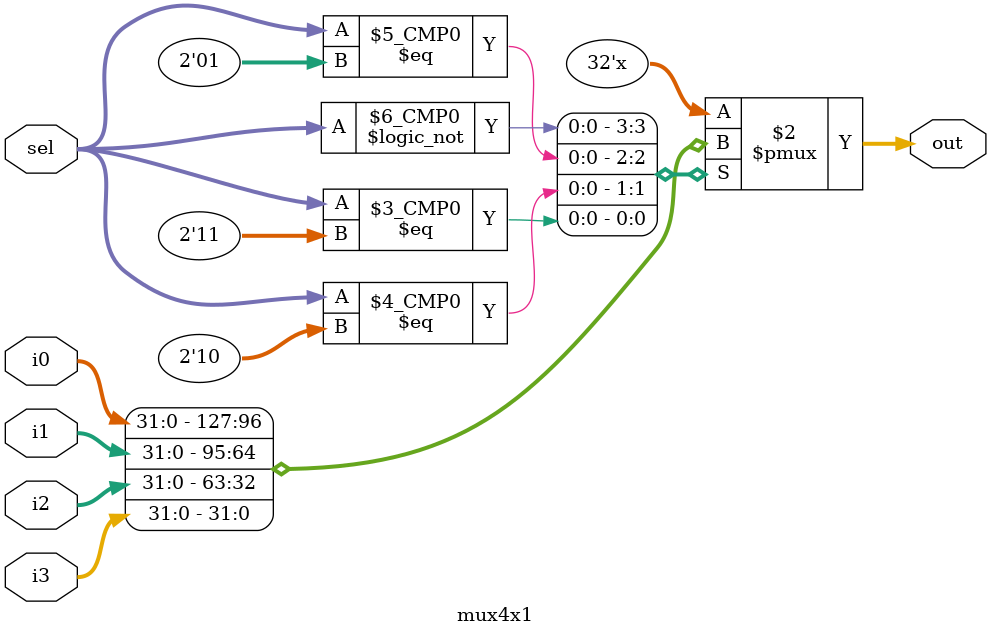
<source format=v>
module mux4x1 #(parameter N = 32)(input [N-1:0] i0, i1, i2, i3, input [1:0] sel, output reg [N-1:0] out);
  
  always @ (*)
    case (sel)
      2'b00	:	out = i0;
      2'b01	:	out = i1;
      2'b10	:	out = i2;
      2'b11	:	out = i3;
      default:	out = i0;
    endcase
endmodule

</source>
